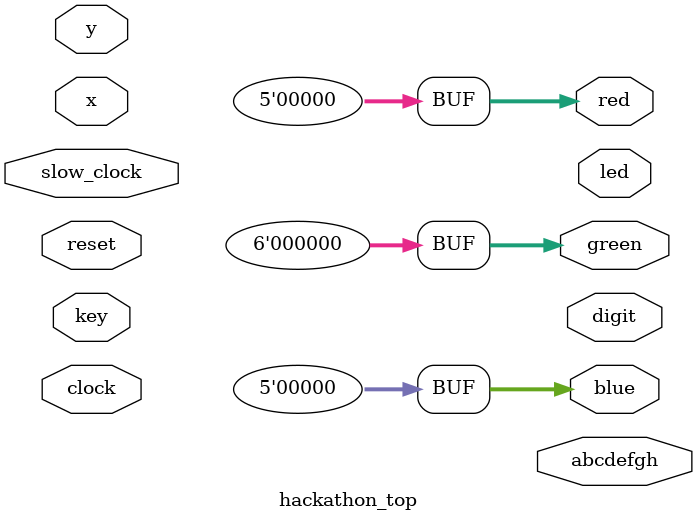
<source format=sv>

module hackathon_top
(
    input  logic       clock,
    input  logic       slow_clock,
    input  logic       reset,

    input  logic [7:0] key,
    output logic [7:0] led,

    // A dynamic seven-segment display

    output logic [7:0] abcdefgh,
    output logic [7:0] digit,

    // LCD screen interface

    input  logic [8:0] x,
    input  logic [8:0] y,

    output logic [4:0] red,
    output logic [5:0] green,
    output logic [4:0] blue
);

    always_comb
    begin
        red   = 0;
        green = 0;
        blue  = 0;

    end

endmodule

</source>
